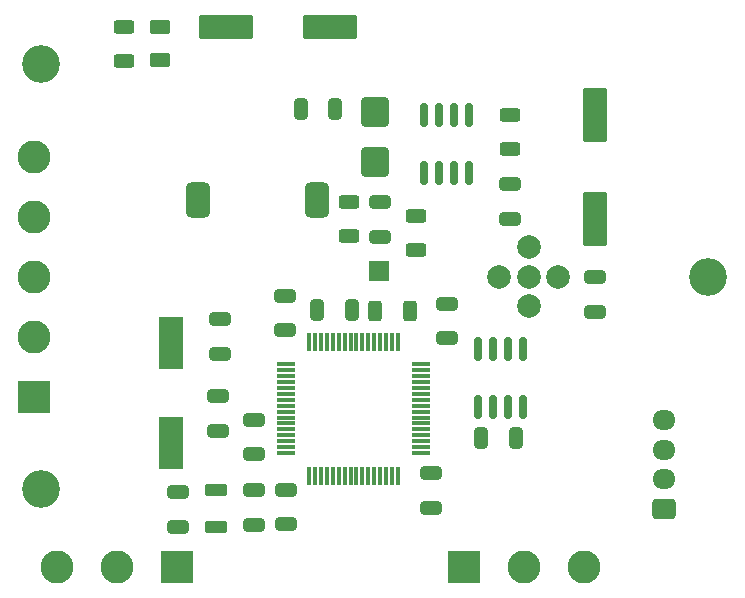
<source format=gbr>
%TF.GenerationSoftware,KiCad,Pcbnew,8.0.1*%
%TF.CreationDate,2025-05-19T10:21:45+02:00*%
%TF.ProjectId,stm32f103 board,73746d33-3266-4313-9033-20626f617264,rev?*%
%TF.SameCoordinates,Original*%
%TF.FileFunction,Soldermask,Top*%
%TF.FilePolarity,Negative*%
%FSLAX46Y46*%
G04 Gerber Fmt 4.6, Leading zero omitted, Abs format (unit mm)*
G04 Created by KiCad (PCBNEW 8.0.1) date 2025-05-19 10:21:45*
%MOMM*%
%LPD*%
G01*
G04 APERTURE LIST*
G04 Aperture macros list*
%AMRoundRect*
0 Rectangle with rounded corners*
0 $1 Rounding radius*
0 $2 $3 $4 $5 $6 $7 $8 $9 X,Y pos of 4 corners*
0 Add a 4 corners polygon primitive as box body*
4,1,4,$2,$3,$4,$5,$6,$7,$8,$9,$2,$3,0*
0 Add four circle primitives for the rounded corners*
1,1,$1+$1,$2,$3*
1,1,$1+$1,$4,$5*
1,1,$1+$1,$6,$7*
1,1,$1+$1,$8,$9*
0 Add four rect primitives between the rounded corners*
20,1,$1+$1,$2,$3,$4,$5,0*
20,1,$1+$1,$4,$5,$6,$7,0*
20,1,$1+$1,$6,$7,$8,$9,0*
20,1,$1+$1,$8,$9,$2,$3,0*%
G04 Aperture macros list end*
%ADD10O,1.950000X1.700000*%
%ADD11RoundRect,0.250000X0.725000X-0.600000X0.725000X0.600000X-0.725000X0.600000X-0.725000X-0.600000X0*%
%ADD12R,1.700000X1.700000*%
%ADD13RoundRect,0.250000X-0.312500X-0.625000X0.312500X-0.625000X0.312500X0.625000X-0.312500X0.625000X0*%
%ADD14RoundRect,0.250000X0.650000X-0.325000X0.650000X0.325000X-0.650000X0.325000X-0.650000X-0.325000X0*%
%ADD15C,2.000000*%
%ADD16RoundRect,0.250000X0.325000X0.650000X-0.325000X0.650000X-0.325000X-0.650000X0.325000X-0.650000X0*%
%ADD17RoundRect,0.250000X-0.650000X0.325000X-0.650000X-0.325000X0.650000X-0.325000X0.650000X0.325000X0*%
%ADD18C,3.200000*%
%ADD19RoundRect,0.250000X0.900000X-1.000000X0.900000X1.000000X-0.900000X1.000000X-0.900000X-1.000000X0*%
%ADD20RoundRect,0.250001X0.799999X-2.049999X0.799999X2.049999X-0.799999X2.049999X-0.799999X-2.049999X0*%
%ADD21RoundRect,0.250001X-2.049999X-0.799999X2.049999X-0.799999X2.049999X0.799999X-2.049999X0.799999X0*%
%ADD22RoundRect,0.525000X0.525000X0.975000X-0.525000X0.975000X-0.525000X-0.975000X0.525000X-0.975000X0*%
%ADD23RoundRect,0.075000X-0.700000X-0.075000X0.700000X-0.075000X0.700000X0.075000X-0.700000X0.075000X0*%
%ADD24RoundRect,0.075000X-0.075000X-0.700000X0.075000X-0.700000X0.075000X0.700000X-0.075000X0.700000X0*%
%ADD25RoundRect,0.250000X-0.625000X0.312500X-0.625000X-0.312500X0.625000X-0.312500X0.625000X0.312500X0*%
%ADD26RoundRect,0.250000X-0.325000X-0.650000X0.325000X-0.650000X0.325000X0.650000X-0.325000X0.650000X0*%
%ADD27RoundRect,0.250000X0.625000X-0.375000X0.625000X0.375000X-0.625000X0.375000X-0.625000X-0.375000X0*%
%ADD28RoundRect,0.250000X0.625000X-0.312500X0.625000X0.312500X-0.625000X0.312500X-0.625000X-0.312500X0*%
%ADD29R,2.000000X4.500000*%
%ADD30RoundRect,0.250000X0.700000X-0.275000X0.700000X0.275000X-0.700000X0.275000X-0.700000X-0.275000X0*%
%ADD31R,2.800000X2.800000*%
%ADD32C,2.800000*%
%ADD33RoundRect,0.150000X0.150000X-0.825000X0.150000X0.825000X-0.150000X0.825000X-0.150000X-0.825000X0*%
G04 APERTURE END LIST*
D10*
%TO.C,J5*%
X141237500Y-115570000D03*
X141237500Y-118070000D03*
X141237500Y-120570000D03*
D11*
X141237500Y-123070000D03*
%TD*%
D12*
%TO.C,H1*%
X117120000Y-102920000D03*
%TD*%
D13*
%TO.C,R5*%
X116775000Y-106280000D03*
X119700000Y-106280000D03*
%TD*%
D14*
%TO.C,C17*%
X109140000Y-107950000D03*
X109140000Y-105000000D03*
%TD*%
D15*
%TO.C,J1*%
X129800000Y-103400000D03*
X132300000Y-103400000D03*
X129800000Y-105900000D03*
X127300000Y-103400000D03*
X129800000Y-100900000D03*
%TD*%
D16*
%TO.C,C16*%
X128675000Y-117100000D03*
X125725000Y-117100000D03*
%TD*%
D14*
%TO.C,C14*%
X103670000Y-109950000D03*
X103670000Y-107000000D03*
%TD*%
%TO.C,C6*%
X117200000Y-97075000D03*
X117200000Y-100025000D03*
%TD*%
D17*
%TO.C,C9*%
X122850000Y-105675000D03*
X122850000Y-108625000D03*
%TD*%
D18*
%TO.C,REF\u002A\u002A*%
X88500000Y-121400000D03*
%TD*%
D19*
%TO.C,D3*%
X116800000Y-93725000D03*
X116800000Y-89425000D03*
%TD*%
D20*
%TO.C,C1*%
X135400000Y-89700000D03*
X135400000Y-98500000D03*
%TD*%
D18*
%TO.C,REF\u002A\u002A*%
X145000000Y-103400000D03*
%TD*%
D21*
%TO.C,C4*%
X104150000Y-82250000D03*
X112950000Y-82250000D03*
%TD*%
D22*
%TO.C,L1*%
X111850000Y-96950000D03*
X101750000Y-96950000D03*
%TD*%
D14*
%TO.C,C8*%
X109275000Y-124375000D03*
X109275000Y-121425000D03*
%TD*%
D17*
%TO.C,C15*%
X103500000Y-113500000D03*
X103500000Y-116450000D03*
%TD*%
D23*
%TO.C,U1*%
X109275000Y-110825000D03*
X109275000Y-111325000D03*
X109275000Y-111825000D03*
X109275000Y-112325000D03*
X109275000Y-112825000D03*
X109275000Y-113325000D03*
X109275000Y-113825000D03*
X109275000Y-114325000D03*
X109275000Y-114825000D03*
X109275000Y-115325000D03*
X109275000Y-115825000D03*
X109275000Y-116325000D03*
X109275000Y-116825000D03*
X109275000Y-117325000D03*
X109275000Y-117825000D03*
X109275000Y-118325000D03*
D24*
X111200000Y-120250000D03*
X111700000Y-120250000D03*
X112200000Y-120250000D03*
X112700000Y-120250000D03*
X113200000Y-120250000D03*
X113700000Y-120250000D03*
X114200000Y-120250000D03*
X114700000Y-120250000D03*
X115200000Y-120250000D03*
X115700000Y-120250000D03*
X116200000Y-120250000D03*
X116700000Y-120250000D03*
X117200000Y-120250000D03*
X117700000Y-120250000D03*
X118200000Y-120250000D03*
X118700000Y-120250000D03*
D23*
X120625000Y-118325000D03*
X120625000Y-117825000D03*
X120625000Y-117325000D03*
X120625000Y-116825000D03*
X120625000Y-116325000D03*
X120625000Y-115825000D03*
X120625000Y-115325000D03*
X120625000Y-114825000D03*
X120625000Y-114325000D03*
X120625000Y-113825000D03*
X120625000Y-113325000D03*
X120625000Y-112825000D03*
X120625000Y-112325000D03*
X120625000Y-111825000D03*
X120625000Y-111325000D03*
X120625000Y-110825000D03*
D24*
X118700000Y-108900000D03*
X118200000Y-108900000D03*
X117700000Y-108900000D03*
X117200000Y-108900000D03*
X116700000Y-108900000D03*
X116200000Y-108900000D03*
X115700000Y-108900000D03*
X115200000Y-108900000D03*
X114700000Y-108900000D03*
X114200000Y-108900000D03*
X113700000Y-108900000D03*
X113200000Y-108900000D03*
X112700000Y-108900000D03*
X112200000Y-108900000D03*
X111700000Y-108900000D03*
X111200000Y-108900000D03*
%TD*%
D14*
%TO.C,C13*%
X106500000Y-118450000D03*
X106500000Y-115500000D03*
%TD*%
D25*
%TO.C,R3*%
X120250000Y-101182500D03*
X120250000Y-98257500D03*
%TD*%
D26*
%TO.C,C5*%
X110475000Y-89200000D03*
X113425000Y-89200000D03*
%TD*%
D14*
%TO.C,C7*%
X100100000Y-124600000D03*
X100100000Y-121650000D03*
%TD*%
D27*
%TO.C,D2*%
X98550000Y-85050000D03*
X98550000Y-82250000D03*
%TD*%
D28*
%TO.C,R4*%
X95550000Y-85175000D03*
X95550000Y-82250000D03*
%TD*%
D26*
%TO.C,C11*%
X111875000Y-106250000D03*
X114825000Y-106250000D03*
%TD*%
D29*
%TO.C,Y1*%
X99500000Y-109000000D03*
X99500000Y-117500000D03*
%TD*%
D17*
%TO.C,C12*%
X106500000Y-121450000D03*
X106500000Y-124400000D03*
%TD*%
D30*
%TO.C,L2*%
X103300000Y-124600000D03*
X103300000Y-121450000D03*
%TD*%
D31*
%TO.C,J2*%
X87925000Y-113560000D03*
D32*
X87925000Y-108480000D03*
X87925000Y-103400000D03*
X87925000Y-98320000D03*
X87925000Y-93240000D03*
%TD*%
D28*
%TO.C,R2*%
X114540000Y-97057500D03*
X114540000Y-99982500D03*
%TD*%
D17*
%TO.C,C10*%
X121500000Y-120000000D03*
X121500000Y-122950000D03*
%TD*%
D31*
%TO.C,J4*%
X100000000Y-128000000D03*
D32*
X94920000Y-128000000D03*
X89840000Y-128000000D03*
%TD*%
D17*
%TO.C,C2*%
X135400000Y-103400000D03*
X135400000Y-106350000D03*
%TD*%
D14*
%TO.C,C3*%
X128200000Y-98500000D03*
X128200000Y-95550000D03*
%TD*%
D18*
%TO.C,REF\u002A\u002A*%
X88500000Y-85400000D03*
%TD*%
D33*
%TO.C,U3*%
X125460000Y-114450000D03*
X126730000Y-114450000D03*
X128000000Y-114450000D03*
X129270000Y-114450000D03*
X129270000Y-109500000D03*
X128000000Y-109500000D03*
X126730000Y-109500000D03*
X125460000Y-109500000D03*
%TD*%
D31*
%TO.C,J3*%
X124300000Y-128000000D03*
D32*
X129380000Y-128000000D03*
X134460000Y-128000000D03*
%TD*%
D28*
%TO.C,R1*%
X128200000Y-92625000D03*
X128200000Y-89700000D03*
%TD*%
D33*
%TO.C,U2*%
X120890000Y-94650000D03*
X122160000Y-94650000D03*
X123430000Y-94650000D03*
X124700000Y-94650000D03*
X124700000Y-89700000D03*
X123430000Y-89700000D03*
X122160000Y-89700000D03*
X120890000Y-89700000D03*
%TD*%
M02*

</source>
